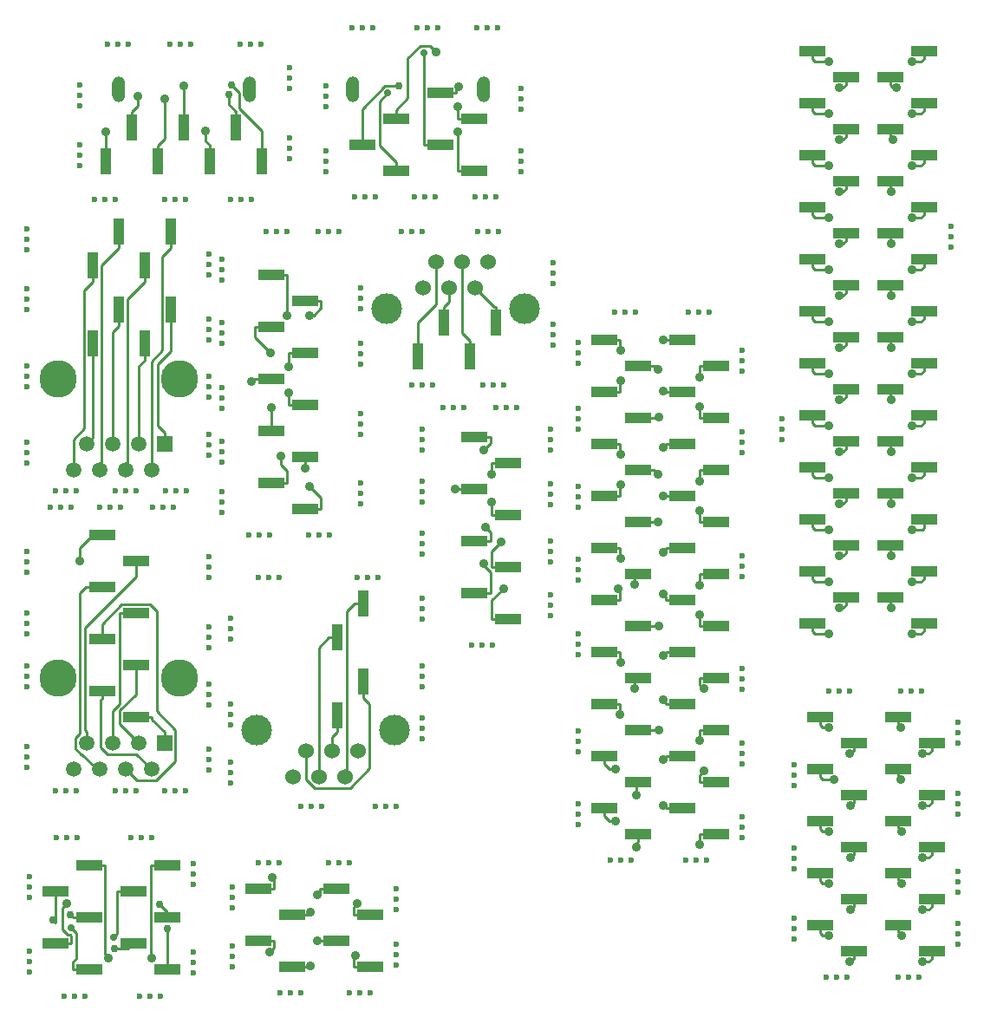
<source format=gbr>
G04 #@! TF.FileFunction,Copper,L2,Bot,Signal*
%FSLAX46Y46*%
G04 Gerber Fmt 4.6, Leading zero omitted, Abs format (unit mm)*
G04 Created by KiCad (PCBNEW 4.0.7-e2-6376~58~ubuntu16.04.1) date Tue Jan  2 19:13:55 2018*
%MOMM*%
%LPD*%
G01*
G04 APERTURE LIST*
%ADD10C,0.100000*%
%ADD11C,3.649980*%
%ADD12R,1.501140X1.501140*%
%ADD13C,1.501140*%
%ADD14C,1.524000*%
%ADD15C,2.999740*%
%ADD16O,1.270000X2.540000*%
%ADD17C,0.600000*%
%ADD18R,2.510000X1.000000*%
%ADD19R,1.000000X2.510000*%
%ADD20C,0.870000*%
%ADD21C,0.700000*%
%ADD22C,0.750000*%
%ADD23C,0.250000*%
G04 APERTURE END LIST*
D10*
D11*
X135031480Y-92710000D03*
X146900900Y-92710000D03*
D12*
X145415000Y-99060000D03*
D13*
X144145000Y-101600000D03*
X142875000Y-99060000D03*
X141605000Y-101600000D03*
X140335000Y-99060000D03*
X139065000Y-101600000D03*
X137795000Y-99060000D03*
X136525000Y-101600000D03*
D11*
X135031480Y-63500000D03*
X146900900Y-63500000D03*
D12*
X145415000Y-69850000D03*
D13*
X144145000Y-72390000D03*
X142875000Y-69850000D03*
X141605000Y-72390000D03*
X140335000Y-69850000D03*
X139065000Y-72390000D03*
X137795000Y-69850000D03*
X136525000Y-72390000D03*
D14*
X174498000Y-52070000D03*
X171958000Y-52070000D03*
X177038000Y-52070000D03*
X170688000Y-54610000D03*
X173228000Y-54610000D03*
X175768000Y-54610000D03*
D15*
X180594000Y-56642000D03*
X167132000Y-56642000D03*
D14*
X160528000Y-102362000D03*
X163068000Y-102362000D03*
X157988000Y-102362000D03*
X164338000Y-99822000D03*
X161798000Y-99822000D03*
X159258000Y-99822000D03*
D15*
X154432000Y-97790000D03*
X167894000Y-97790000D03*
D16*
X140921740Y-35201860D03*
X153718260Y-35201860D03*
X163781740Y-35201860D03*
X176578260Y-35201860D03*
D17*
X198628000Y-57023000D03*
X197612000Y-57023000D03*
X196596000Y-57023000D03*
X183388000Y-54229000D03*
X183388000Y-53213000D03*
X183388000Y-52197000D03*
X183134000Y-81407000D03*
X183134000Y-80391000D03*
X183134000Y-79375000D03*
D18*
X159135000Y-55880000D03*
X159135000Y-60960000D03*
X159135000Y-66040000D03*
X159135000Y-71120000D03*
X159135000Y-76200000D03*
X155825000Y-53340000D03*
X155825000Y-58420000D03*
X155825000Y-63500000D03*
X155825000Y-68580000D03*
X155825000Y-73660000D03*
X162175000Y-118364000D03*
X162175000Y-113284000D03*
X165485000Y-120904000D03*
X165485000Y-115824000D03*
X154555000Y-118364000D03*
X154555000Y-113284000D03*
X157865000Y-120904000D03*
X157865000Y-115824000D03*
X134743000Y-118618000D03*
X134743000Y-113538000D03*
X138053000Y-121158000D03*
X138053000Y-116078000D03*
X138053000Y-110998000D03*
X142363000Y-118618000D03*
X142363000Y-113538000D03*
X145673000Y-121158000D03*
X145673000Y-116078000D03*
X145673000Y-110998000D03*
X175668000Y-84400000D03*
X175668000Y-79320000D03*
X175668000Y-74240000D03*
X175668000Y-69160000D03*
X178978000Y-86940000D03*
X178978000Y-81860000D03*
X178978000Y-76780000D03*
X178978000Y-71700000D03*
X217039000Y-116840000D03*
X217039000Y-111760000D03*
X217039000Y-106680000D03*
X217039000Y-101600000D03*
X217039000Y-96520000D03*
X220349000Y-119380000D03*
X220349000Y-114300000D03*
X220349000Y-109220000D03*
X220349000Y-104140000D03*
X220349000Y-99060000D03*
X209419000Y-116840000D03*
X209419000Y-111760000D03*
X209419000Y-106680000D03*
X209419000Y-101600000D03*
X209419000Y-96520000D03*
X212729000Y-119380000D03*
X212729000Y-114300000D03*
X212729000Y-109220000D03*
X212729000Y-104140000D03*
X212729000Y-99060000D03*
D19*
X142240000Y-38985000D03*
X147320000Y-38985000D03*
X152400000Y-38985000D03*
X139700000Y-42295000D03*
X144780000Y-42295000D03*
X149860000Y-42295000D03*
X154940000Y-42295000D03*
D18*
X172335000Y-40640000D03*
X172335000Y-35560000D03*
X175645000Y-43180000D03*
X175645000Y-38100000D03*
X164715000Y-40640000D03*
X168025000Y-43180000D03*
X168025000Y-38100000D03*
D19*
X172720000Y-58035000D03*
X177800000Y-58035000D03*
X170180000Y-61345000D03*
X175260000Y-61345000D03*
X140970000Y-49145000D03*
X146050000Y-49145000D03*
X138430000Y-52455000D03*
X143510000Y-52455000D03*
X140970000Y-56765000D03*
X146050000Y-56765000D03*
X138430000Y-60075000D03*
X143510000Y-60075000D03*
X164846000Y-93087000D03*
X162306000Y-96397000D03*
X162306000Y-88777000D03*
X164846000Y-85467000D03*
D18*
X139315000Y-93980000D03*
X139315000Y-88900000D03*
X139315000Y-83820000D03*
X139315000Y-78740000D03*
X142625000Y-96520000D03*
X142625000Y-91440000D03*
X142625000Y-86360000D03*
X142625000Y-81280000D03*
X216277000Y-84836000D03*
X216277000Y-79756000D03*
X216277000Y-74676000D03*
X216277000Y-69596000D03*
X216277000Y-64516000D03*
X216277000Y-59436000D03*
X216277000Y-54356000D03*
X216277000Y-49276000D03*
X216277000Y-44196000D03*
X216277000Y-39116000D03*
X216277000Y-34036000D03*
X219587000Y-87376000D03*
X219587000Y-82296000D03*
X219587000Y-77216000D03*
X219587000Y-72136000D03*
X219587000Y-67056000D03*
X219587000Y-61976000D03*
X219587000Y-56896000D03*
X219587000Y-51816000D03*
X219587000Y-46736000D03*
X219587000Y-41656000D03*
X219587000Y-36576000D03*
X219587000Y-31496000D03*
X211967000Y-34036000D03*
X211967000Y-39116000D03*
X211967000Y-44196000D03*
X211967000Y-49276000D03*
X211967000Y-54356000D03*
X211967000Y-59436000D03*
X211967000Y-64516000D03*
X211967000Y-69596000D03*
X211967000Y-74676000D03*
X211967000Y-79756000D03*
X211967000Y-84836000D03*
X208657000Y-31496000D03*
X208657000Y-36576000D03*
X208657000Y-41656000D03*
X208657000Y-46736000D03*
X208657000Y-51816000D03*
X208657000Y-56896000D03*
X208657000Y-61976000D03*
X208657000Y-67056000D03*
X208657000Y-72136000D03*
X208657000Y-77216000D03*
X208657000Y-82296000D03*
X208657000Y-87376000D03*
X191647000Y-62230000D03*
X191647000Y-67310000D03*
X191647000Y-72390000D03*
X191647000Y-77470000D03*
X191647000Y-82550000D03*
X191647000Y-87630000D03*
X191647000Y-92710000D03*
X191647000Y-97790000D03*
X191647000Y-102870000D03*
X191647000Y-107950000D03*
X188337000Y-59690000D03*
X188337000Y-64770000D03*
X188337000Y-69850000D03*
X188337000Y-74930000D03*
X188337000Y-80010000D03*
X188337000Y-85090000D03*
X188337000Y-90170000D03*
X188337000Y-95250000D03*
X188337000Y-100330000D03*
X188337000Y-105410000D03*
X199267000Y-62230000D03*
X199267000Y-67310000D03*
X199267000Y-72390000D03*
X199267000Y-77470000D03*
X199267000Y-82550000D03*
X199267000Y-87630000D03*
X199267000Y-92710000D03*
X199267000Y-97790000D03*
X199267000Y-102870000D03*
X199267000Y-107950000D03*
X195957000Y-59690000D03*
X195957000Y-64770000D03*
X195957000Y-69850000D03*
X195957000Y-74930000D03*
X195957000Y-80010000D03*
X195957000Y-85090000D03*
X195957000Y-90170000D03*
X195957000Y-95250000D03*
X195957000Y-100330000D03*
X195957000Y-105410000D03*
D17*
X222885000Y-99060000D03*
X222885000Y-98044000D03*
X222885000Y-97028000D03*
X222885000Y-106045000D03*
X222885000Y-105029000D03*
X222885000Y-104013000D03*
X222885000Y-113665000D03*
X222885000Y-112649000D03*
X222885000Y-111633000D03*
X222885000Y-118745000D03*
X222885000Y-117729000D03*
X222885000Y-116713000D03*
X219075000Y-121920000D03*
X218059000Y-121920000D03*
X217043000Y-121920000D03*
X212090000Y-121920000D03*
X211074000Y-121920000D03*
X210058000Y-121920000D03*
X206883000Y-118237000D03*
X206883000Y-117221000D03*
X206883000Y-116205000D03*
X206883000Y-111379000D03*
X206883000Y-110363000D03*
X206883000Y-109347000D03*
X206883000Y-103251000D03*
X206883000Y-102235000D03*
X206883000Y-101219000D03*
X212344000Y-93980000D03*
X211328000Y-93980000D03*
X210312000Y-93980000D03*
X219329000Y-93980000D03*
X218313000Y-93980000D03*
X217297000Y-93980000D03*
X201803000Y-108331000D03*
X201803000Y-107315000D03*
X201803000Y-106299000D03*
X201803000Y-101092000D03*
X201803000Y-100076000D03*
X201803000Y-99060000D03*
X201803000Y-93853000D03*
X201803000Y-92837000D03*
X201803000Y-91821000D03*
X201803000Y-82804000D03*
X201803000Y-81788000D03*
X201803000Y-80772000D03*
X201803000Y-70739000D03*
X201803000Y-69723000D03*
X201803000Y-68707000D03*
X191389000Y-57023000D03*
X190373000Y-57023000D03*
X189357000Y-57023000D03*
X185801000Y-61976000D03*
X185801000Y-60960000D03*
X185801000Y-59944000D03*
X185801000Y-68453000D03*
X185801000Y-67437000D03*
X185801000Y-66421000D03*
X185801000Y-76073000D03*
X185801000Y-75057000D03*
X185801000Y-74041000D03*
X185801000Y-83185000D03*
X185801000Y-82169000D03*
X185801000Y-81153000D03*
X185801000Y-90424000D03*
X185801000Y-89408000D03*
X185801000Y-88392000D03*
X185801000Y-99949000D03*
X185801000Y-98933000D03*
X185801000Y-97917000D03*
X185801000Y-107061000D03*
X185801000Y-106045000D03*
X185801000Y-105029000D03*
X191008000Y-110490000D03*
X189992000Y-110490000D03*
X188976000Y-110490000D03*
X198374000Y-110490000D03*
X197358000Y-110490000D03*
X196342000Y-110490000D03*
X168021000Y-115316000D03*
X168021000Y-114300000D03*
X168021000Y-113284000D03*
X168021000Y-120777000D03*
X168021000Y-119761000D03*
X168021000Y-118745000D03*
X165481000Y-123444000D03*
X164465000Y-123444000D03*
X163449000Y-123444000D03*
X158750000Y-123444000D03*
X157734000Y-123444000D03*
X156718000Y-123444000D03*
X152019000Y-120904000D03*
X152019000Y-119888000D03*
X152019000Y-118872000D03*
X152019000Y-115189000D03*
X152019000Y-114173000D03*
X152019000Y-113157000D03*
X156591000Y-110744000D03*
X155575000Y-110744000D03*
X154559000Y-110744000D03*
X163449000Y-110744000D03*
X162433000Y-110744000D03*
X161417000Y-110744000D03*
X183388000Y-60198000D03*
X183388000Y-59182000D03*
X183388000Y-58166000D03*
X178562000Y-64135000D03*
X177546000Y-64135000D03*
X176530000Y-64135000D03*
X171577000Y-64135000D03*
X170561000Y-64135000D03*
X169545000Y-64135000D03*
X164592000Y-56642000D03*
X164592000Y-55626000D03*
X164592000Y-54610000D03*
X164592000Y-60071000D03*
X164592000Y-61087000D03*
X164592000Y-62103000D03*
X170561000Y-49149000D03*
X169545000Y-49149000D03*
X168529000Y-49149000D03*
X157353000Y-49149000D03*
X156337000Y-49149000D03*
X155321000Y-49149000D03*
X162433000Y-49149000D03*
X161417000Y-49149000D03*
X160401000Y-49149000D03*
X151003000Y-53848000D03*
X151003000Y-52832000D03*
X151003000Y-51816000D03*
X151003000Y-60071000D03*
X151003000Y-59055000D03*
X151003000Y-58039000D03*
X151003000Y-66421000D03*
X151003000Y-65405000D03*
X151003000Y-64389000D03*
X151003000Y-71628000D03*
X151003000Y-70612000D03*
X151003000Y-69596000D03*
X151003000Y-76581000D03*
X151003000Y-75565000D03*
X151003000Y-74549000D03*
X155702000Y-78740000D03*
X154686000Y-78740000D03*
X153670000Y-78740000D03*
X161544000Y-78740000D03*
X160528000Y-78740000D03*
X159512000Y-78740000D03*
X164592000Y-68961000D03*
X164592000Y-67945000D03*
X164592000Y-66929000D03*
X164592000Y-75692000D03*
X164592000Y-74676000D03*
X164592000Y-73660000D03*
X178054000Y-49149000D03*
X177038000Y-49149000D03*
X176022000Y-49149000D03*
X177800000Y-45720000D03*
X176784000Y-45720000D03*
X175768000Y-45720000D03*
X171831000Y-45720000D03*
X170815000Y-45720000D03*
X169799000Y-45720000D03*
X165989000Y-45720000D03*
X164973000Y-45720000D03*
X163957000Y-45720000D03*
X180213000Y-43307000D03*
X180213000Y-42291000D03*
X180213000Y-41275000D03*
X180213000Y-37211000D03*
X180213000Y-36195000D03*
X180213000Y-35179000D03*
X161163000Y-43307000D03*
X161163000Y-42291000D03*
X161163000Y-41275000D03*
X161163000Y-36957000D03*
X161163000Y-35941000D03*
X161163000Y-34925000D03*
X165735000Y-29210000D03*
X164719000Y-29210000D03*
X163703000Y-29210000D03*
X172085000Y-29210000D03*
X171069000Y-29210000D03*
X170053000Y-29210000D03*
X177927000Y-29210000D03*
X176911000Y-29210000D03*
X175895000Y-29210000D03*
X137668000Y-123825000D03*
X136652000Y-123825000D03*
X135636000Y-123825000D03*
X145034000Y-123825000D03*
X144018000Y-123825000D03*
X143002000Y-123825000D03*
X148209000Y-119507000D03*
X148209000Y-120523000D03*
X148209000Y-121539000D03*
X132207000Y-121412000D03*
X132207000Y-120396000D03*
X132207000Y-119380000D03*
X132207000Y-114173000D03*
X132207000Y-113157000D03*
X132207000Y-112141000D03*
X136906000Y-108331000D03*
X135890000Y-108331000D03*
X134874000Y-108331000D03*
X144145000Y-108331000D03*
X143129000Y-108331000D03*
X142113000Y-108331000D03*
X148209000Y-112903000D03*
X148209000Y-111887000D03*
X148209000Y-110871000D03*
X131953000Y-93599000D03*
X131953000Y-92583000D03*
X131953000Y-91567000D03*
X131953000Y-88392000D03*
X131953000Y-87376000D03*
X131953000Y-86360000D03*
X131953000Y-101473000D03*
X131953000Y-100457000D03*
X131953000Y-99441000D03*
X136779000Y-103759000D03*
X135763000Y-103759000D03*
X134747000Y-103759000D03*
X142621000Y-103759000D03*
X141605000Y-103759000D03*
X140589000Y-103759000D03*
X147447000Y-103759000D03*
X146431000Y-103759000D03*
X145415000Y-103759000D03*
X149733000Y-101727000D03*
X149733000Y-100711000D03*
X149733000Y-99695000D03*
X149733000Y-95377000D03*
X149733000Y-94361000D03*
X149733000Y-93345000D03*
X149758400Y-89789000D03*
X149758400Y-88773000D03*
X149758400Y-87757000D03*
X149733000Y-80899000D03*
X149733000Y-81915000D03*
X149733000Y-82931000D03*
X141097000Y-76073000D03*
X140081000Y-76073000D03*
X139065000Y-76073000D03*
X131953000Y-80391000D03*
X131953000Y-81407000D03*
X131953000Y-82423000D03*
X136271000Y-76073000D03*
X135255000Y-76073000D03*
X134239000Y-76073000D03*
X146304000Y-76073000D03*
X145288000Y-76073000D03*
X144272000Y-76073000D03*
X131953000Y-64262000D03*
X131953000Y-63246000D03*
X131953000Y-62230000D03*
X131953000Y-71755000D03*
X131953000Y-70739000D03*
X131953000Y-69723000D03*
X136779000Y-74422000D03*
X135763000Y-74422000D03*
X134747000Y-74422000D03*
X142621000Y-74422000D03*
X141605000Y-74422000D03*
X140589000Y-74422000D03*
X147574000Y-74422000D03*
X146558000Y-74422000D03*
X145542000Y-74422000D03*
X149733000Y-65278000D03*
X149733000Y-64262000D03*
X149733000Y-63246000D03*
X149733000Y-70993000D03*
X149733000Y-69977000D03*
X149733000Y-68961000D03*
X149733000Y-59690000D03*
X149733000Y-58674000D03*
X149733000Y-57658000D03*
X149733000Y-53340000D03*
X149733000Y-52324000D03*
X149733000Y-51308000D03*
X147447000Y-45974000D03*
X146431000Y-45974000D03*
X145415000Y-45974000D03*
X140589000Y-45974000D03*
X139573000Y-45974000D03*
X138557000Y-45974000D03*
X131953000Y-56769000D03*
X131953000Y-55753000D03*
X131953000Y-54737000D03*
X131953000Y-50927000D03*
X131953000Y-49911000D03*
X131953000Y-48895000D03*
X137160000Y-42672000D03*
X137160000Y-41656000D03*
X137160000Y-40640000D03*
X137160000Y-36830000D03*
X137160000Y-35814000D03*
X137160000Y-34798000D03*
X141859000Y-30861000D03*
X140843000Y-30861000D03*
X139827000Y-30861000D03*
X147955000Y-30861000D03*
X146939000Y-30861000D03*
X145923000Y-30861000D03*
X154813000Y-30861000D03*
X153797000Y-30861000D03*
X152781000Y-30861000D03*
X157607000Y-35179000D03*
X157607000Y-34163000D03*
X157607000Y-33147000D03*
X157607000Y-42037000D03*
X157607000Y-41021000D03*
X157607000Y-40005000D03*
X153924000Y-45974000D03*
X152908000Y-45974000D03*
X151892000Y-45974000D03*
X170561000Y-98679000D03*
X170561000Y-97663000D03*
X170561000Y-96647000D03*
X170561000Y-93599000D03*
X170561000Y-92583000D03*
X170561000Y-91567000D03*
X166243000Y-82931000D03*
X165227000Y-82931000D03*
X164211000Y-82931000D03*
X168021000Y-105283000D03*
X167005000Y-105283000D03*
X165989000Y-105283000D03*
X160782000Y-105283000D03*
X159766000Y-105283000D03*
X158750000Y-105283000D03*
X151892000Y-97282000D03*
X151892000Y-96266000D03*
X151892000Y-95250000D03*
X151892000Y-102997000D03*
X151892000Y-101981000D03*
X151892000Y-100965000D03*
X151892000Y-88900000D03*
X151892000Y-87884000D03*
X151892000Y-86868000D03*
X156591000Y-82931000D03*
X155575000Y-82931000D03*
X154559000Y-82931000D03*
X170561000Y-86995000D03*
X170561000Y-85979000D03*
X170561000Y-84963000D03*
X177419000Y-89535000D03*
X176403000Y-89535000D03*
X175387000Y-89535000D03*
X222250000Y-50673000D03*
X222250000Y-49657000D03*
X222250000Y-48641000D03*
X205740000Y-69469000D03*
X205740000Y-68453000D03*
X205740000Y-67437000D03*
X170561000Y-80645000D03*
X170561000Y-79629000D03*
X170561000Y-78613000D03*
X170561000Y-75565000D03*
X170561000Y-74549000D03*
X170561000Y-73533000D03*
X170561000Y-70485000D03*
X170561000Y-69469000D03*
X170561000Y-68453000D03*
X174625000Y-66294000D03*
X173609000Y-66294000D03*
X172593000Y-66294000D03*
X179832000Y-66294000D03*
X178816000Y-66294000D03*
X177800000Y-66294000D03*
X183134000Y-86614000D03*
X183134000Y-85598000D03*
X183134000Y-84582000D03*
X183134000Y-75819000D03*
X183134000Y-74803000D03*
X183134000Y-73787000D03*
X183134000Y-70485000D03*
X183134000Y-69469000D03*
X183134000Y-68453000D03*
X201803000Y-62738000D03*
X201803000Y-61722000D03*
X201803000Y-60706000D03*
D20*
X157405300Y-57359600D03*
X159624700Y-57293000D03*
X155777500Y-60974800D03*
X157554700Y-62339000D03*
X153898900Y-63803300D03*
X157554700Y-64879000D03*
X155825000Y-66345400D03*
X159135000Y-72200300D03*
X156823900Y-71021500D03*
X159624700Y-73989900D03*
X164043500Y-119849800D03*
X160354800Y-118364000D03*
X164242600Y-114767300D03*
X160356800Y-113932800D03*
X159675100Y-120807300D03*
X155726500Y-119449700D03*
X159701800Y-115618100D03*
X155923900Y-112225100D03*
X218440000Y-32512000D03*
X210312000Y-32512000D03*
X216916000Y-35052000D03*
X211328000Y-35052000D03*
X218440000Y-37592000D03*
X210312000Y-37592000D03*
X216543000Y-40132000D03*
X211328000Y-40132000D03*
X218440000Y-42672000D03*
X210312000Y-42672000D03*
X216408000Y-45212000D03*
X211328000Y-45212000D03*
X218440000Y-47752000D03*
X210312000Y-47752000D03*
X216408000Y-50292000D03*
X211328000Y-50292000D03*
X218440000Y-52832000D03*
X210312000Y-52832000D03*
X216408000Y-55372000D03*
X211328000Y-55372000D03*
X218440000Y-57912000D03*
X210312000Y-57912000D03*
X216408000Y-60452000D03*
X211328000Y-60452000D03*
X218440000Y-62992000D03*
X210312000Y-62992000D03*
X216408000Y-65532000D03*
X211328000Y-65532000D03*
X218440000Y-68072000D03*
X210312000Y-68072000D03*
X216408000Y-70612000D03*
X211328000Y-70612000D03*
X218440000Y-73152000D03*
X210312000Y-73152000D03*
X216408000Y-75692000D03*
X211328000Y-75692000D03*
X218440000Y-78232000D03*
X210312000Y-78232000D03*
X216408000Y-80772000D03*
X211328000Y-80772000D03*
X218440000Y-83312000D03*
X210312000Y-83312000D03*
X216408000Y-85852000D03*
X211328000Y-85852000D03*
X218440000Y-88392000D03*
X210312000Y-88392000D03*
D21*
X136286700Y-117104900D03*
D20*
X135878000Y-114742600D03*
D22*
X136227000Y-115797300D03*
X134512400Y-116335000D03*
D20*
X139969000Y-120078000D03*
D22*
X145673000Y-117169600D03*
X140556600Y-119158800D03*
X144917900Y-114807800D03*
D21*
X140438000Y-118078000D03*
D20*
X144141200Y-120078000D03*
X178543400Y-83998300D03*
X176595900Y-81573200D03*
X178318300Y-79446100D03*
X176771500Y-78007400D03*
X177397700Y-75565000D03*
X173838600Y-74295000D03*
X177397700Y-72824300D03*
X176595900Y-70430000D03*
X219456000Y-120396000D03*
X217424000Y-117856000D03*
X219456000Y-115316000D03*
X217424000Y-112776000D03*
X219456000Y-110236000D03*
X217424000Y-107696000D03*
X219456000Y-105156000D03*
X217305000Y-102616000D03*
X219456000Y-100076000D03*
X217305000Y-97536000D03*
X189980000Y-60761500D03*
X194142300Y-59690000D03*
X193665600Y-62569900D03*
X197686700Y-63303600D03*
X189968400Y-63710100D03*
X194151000Y-64682700D03*
X193698100Y-67262900D03*
X197686700Y-66236400D03*
X189968400Y-70909900D03*
X194146300Y-70178600D03*
X193665600Y-72817000D03*
X197686700Y-73463600D03*
X189968400Y-73870100D03*
X194151600Y-74929700D03*
X193661400Y-77470000D03*
X197686700Y-76396400D03*
X189968400Y-81069900D03*
X194147500Y-80462100D03*
X191336200Y-83613400D03*
X197686700Y-83623600D03*
X189748700Y-84016700D03*
X194125600Y-84534900D03*
X193671600Y-87630000D03*
X197686700Y-86575200D03*
X189968400Y-91229900D03*
X194114000Y-90499100D03*
X191336200Y-93773400D03*
X198140400Y-93775300D03*
X189917300Y-96316900D03*
X194127300Y-94877100D03*
X193674400Y-97820000D03*
X197686700Y-98855600D03*
X189484000Y-101600000D03*
X194143400Y-100716800D03*
X191516000Y-104140000D03*
X198140400Y-101804700D03*
X189484000Y-106680000D03*
X194140500Y-105137400D03*
X191516000Y-109220000D03*
X197686700Y-109020300D03*
X212344000Y-120396000D03*
X210312000Y-117856000D03*
X212463000Y-115316000D03*
X210312000Y-112776000D03*
X212463000Y-110236000D03*
X210312000Y-107696000D03*
X212463000Y-105156000D03*
X210820000Y-102616000D03*
X212344000Y-100076000D03*
X210312000Y-97536000D03*
X139700000Y-39370000D03*
X142840100Y-35918900D03*
X145466000Y-36144100D03*
X147320000Y-34904200D03*
X149416500Y-39260100D03*
D22*
X151705000Y-35750100D03*
X151978100Y-34823500D03*
D20*
X174064700Y-39370000D03*
D21*
X170754700Y-31650000D03*
D20*
X174064700Y-36904600D03*
X174176200Y-35001400D03*
D21*
X167240200Y-35608800D03*
D22*
X168335300Y-34875300D03*
D20*
X171993100Y-31559200D03*
X137160000Y-81280000D03*
D23*
X155825000Y-53340000D02*
X157405300Y-53340000D01*
X157405300Y-53340000D02*
X157405300Y-57359600D01*
X160715300Y-56572500D02*
X160715300Y-55880000D01*
X159994800Y-57293000D02*
X160715300Y-56572500D01*
X159624700Y-57293000D02*
X159994800Y-57293000D01*
X159135000Y-55880000D02*
X160715300Y-55880000D01*
X154244700Y-59442000D02*
X154244700Y-58420000D01*
X155777500Y-60974800D02*
X154244700Y-59442000D01*
X155825000Y-58420000D02*
X154244700Y-58420000D01*
X159135000Y-60960000D02*
X157554700Y-60960000D01*
X157554700Y-60960000D02*
X157554700Y-62339000D01*
X155825000Y-63500000D02*
X154202200Y-63500000D01*
X154202200Y-63500000D02*
X153898900Y-63803300D01*
X159135000Y-66040000D02*
X157554700Y-66040000D01*
X157554700Y-66040000D02*
X157554700Y-64879000D01*
X155825000Y-68580000D02*
X155825000Y-66345400D01*
X159135000Y-72200300D02*
X159135000Y-71120000D01*
X155825000Y-73660000D02*
X157405300Y-73660000D01*
X156823900Y-71901700D02*
X156823900Y-71021500D01*
X157405300Y-72483100D02*
X156823900Y-71901700D01*
X157405300Y-73660000D02*
X157405300Y-72483100D01*
X160715300Y-75080500D02*
X160715300Y-76200000D01*
X159624700Y-73989900D02*
X160715300Y-75080500D01*
X159135000Y-76200000D02*
X160715300Y-76200000D01*
X165485000Y-120904000D02*
X163904700Y-120904000D01*
X163904700Y-119988600D02*
X164043500Y-119849800D01*
X163904700Y-120904000D02*
X163904700Y-119988600D01*
X162175000Y-118364000D02*
X160354800Y-118364000D01*
X165485000Y-115824000D02*
X163904700Y-115824000D01*
X163904700Y-115105200D02*
X163904700Y-115824000D01*
X164242600Y-114767300D02*
X163904700Y-115105200D01*
X160594700Y-113694900D02*
X160356800Y-113932800D01*
X160594700Y-113284000D02*
X160594700Y-113694900D01*
X162175000Y-113284000D02*
X160594700Y-113284000D01*
X157865000Y-120904000D02*
X159445300Y-120904000D01*
X159542000Y-120807300D02*
X159445300Y-120904000D01*
X159675100Y-120807300D02*
X159542000Y-120807300D01*
X154555000Y-118364000D02*
X156135300Y-118364000D01*
X156135300Y-119040900D02*
X155726500Y-119449700D01*
X156135300Y-118364000D02*
X156135300Y-119040900D01*
X159651200Y-115618100D02*
X159701800Y-115618100D01*
X159445300Y-115824000D02*
X159651200Y-115618100D01*
X157865000Y-115824000D02*
X159445300Y-115824000D01*
X156135300Y-112436500D02*
X155923900Y-112225100D01*
X156135300Y-113284000D02*
X156135300Y-112436500D01*
X154555000Y-113284000D02*
X156135300Y-113284000D01*
X219321000Y-32512000D02*
X218440000Y-32512000D01*
X219587000Y-32246000D02*
X219321000Y-32512000D01*
X219587000Y-31496000D02*
X219587000Y-32246000D01*
X208657000Y-32246000D02*
X208657000Y-31496000D01*
X208923000Y-32512000D02*
X208657000Y-32246000D01*
X210312000Y-32512000D02*
X208923000Y-32512000D01*
X216543000Y-35052000D02*
X216916000Y-35052000D01*
X216277000Y-34786000D02*
X216543000Y-35052000D01*
X216277000Y-34036000D02*
X216277000Y-34786000D01*
X211701000Y-35052000D02*
X211328000Y-35052000D01*
X211967000Y-34786000D02*
X211701000Y-35052000D01*
X211967000Y-34036000D02*
X211967000Y-34786000D01*
X219587000Y-37326000D02*
X219587000Y-36576000D01*
X219321000Y-37592000D02*
X219587000Y-37326000D01*
X218440000Y-37592000D02*
X219321000Y-37592000D01*
X208657000Y-37326000D02*
X208657000Y-36576000D01*
X208923000Y-37592000D02*
X208657000Y-37326000D01*
X210312000Y-37592000D02*
X208923000Y-37592000D01*
X216277000Y-39866000D02*
X216543000Y-40132000D01*
X216277000Y-39116000D02*
X216277000Y-39866000D01*
X211701000Y-40132000D02*
X211328000Y-40132000D01*
X211967000Y-39866000D02*
X211701000Y-40132000D01*
X211967000Y-39116000D02*
X211967000Y-39866000D01*
X219587000Y-42406000D02*
X219587000Y-41656000D01*
X219321000Y-42672000D02*
X219587000Y-42406000D01*
X218440000Y-42672000D02*
X219321000Y-42672000D01*
X208657000Y-42406000D02*
X208657000Y-41656000D01*
X208923000Y-42672000D02*
X208657000Y-42406000D01*
X210312000Y-42672000D02*
X208923000Y-42672000D01*
X216277000Y-45081000D02*
X216408000Y-45212000D01*
X216277000Y-44196000D02*
X216277000Y-45081000D01*
X211701000Y-45212000D02*
X211328000Y-45212000D01*
X211967000Y-44946000D02*
X211701000Y-45212000D01*
X211967000Y-44196000D02*
X211967000Y-44946000D01*
X219587000Y-47486000D02*
X219587000Y-46736000D01*
X219321000Y-47752000D02*
X219587000Y-47486000D01*
X218440000Y-47752000D02*
X219321000Y-47752000D01*
X208657000Y-47486000D02*
X208657000Y-46736000D01*
X208923000Y-47752000D02*
X208657000Y-47486000D01*
X210312000Y-47752000D02*
X208923000Y-47752000D01*
X216277000Y-50161000D02*
X216408000Y-50292000D01*
X216277000Y-49276000D02*
X216277000Y-50161000D01*
X211701000Y-50292000D02*
X211328000Y-50292000D01*
X211967000Y-50026000D02*
X211701000Y-50292000D01*
X211967000Y-49276000D02*
X211967000Y-50026000D01*
X219587000Y-52566000D02*
X219587000Y-51816000D01*
X219321000Y-52832000D02*
X219587000Y-52566000D01*
X218440000Y-52832000D02*
X219321000Y-52832000D01*
X208657000Y-52566000D02*
X208657000Y-51816000D01*
X208923000Y-52832000D02*
X208657000Y-52566000D01*
X210312000Y-52832000D02*
X208923000Y-52832000D01*
X216277000Y-55241000D02*
X216408000Y-55372000D01*
X216277000Y-54356000D02*
X216277000Y-55241000D01*
X211701000Y-55372000D02*
X211328000Y-55372000D01*
X211967000Y-55106000D02*
X211701000Y-55372000D01*
X211967000Y-54356000D02*
X211967000Y-55106000D01*
X219587000Y-57646000D02*
X219587000Y-56896000D01*
X219321000Y-57912000D02*
X219587000Y-57646000D01*
X218440000Y-57912000D02*
X219321000Y-57912000D01*
X208657000Y-57646000D02*
X208657000Y-56896000D01*
X208923000Y-57912000D02*
X208657000Y-57646000D01*
X210312000Y-57912000D02*
X208923000Y-57912000D01*
X216277000Y-60321000D02*
X216408000Y-60452000D01*
X216277000Y-59436000D02*
X216277000Y-60321000D01*
X211701000Y-60452000D02*
X211328000Y-60452000D01*
X211967000Y-60186000D02*
X211701000Y-60452000D01*
X211967000Y-59436000D02*
X211967000Y-60186000D01*
X219587000Y-62726000D02*
X219587000Y-61976000D01*
X219321000Y-62992000D02*
X219587000Y-62726000D01*
X218440000Y-62992000D02*
X219321000Y-62992000D01*
X208657000Y-62726000D02*
X208657000Y-61976000D01*
X208923000Y-62992000D02*
X208657000Y-62726000D01*
X210312000Y-62992000D02*
X208923000Y-62992000D01*
X216277000Y-65401000D02*
X216408000Y-65532000D01*
X216277000Y-64516000D02*
X216277000Y-65401000D01*
X211701000Y-65532000D02*
X211328000Y-65532000D01*
X211967000Y-65266000D02*
X211701000Y-65532000D01*
X211967000Y-64516000D02*
X211967000Y-65266000D01*
X219587000Y-67806000D02*
X219587000Y-67056000D01*
X219321000Y-68072000D02*
X219587000Y-67806000D01*
X218440000Y-68072000D02*
X219321000Y-68072000D01*
X208657000Y-67806000D02*
X208657000Y-67056000D01*
X208923000Y-68072000D02*
X208657000Y-67806000D01*
X210312000Y-68072000D02*
X208923000Y-68072000D01*
X216277000Y-70481000D02*
X216408000Y-70612000D01*
X216277000Y-69596000D02*
X216277000Y-70481000D01*
X211701000Y-70612000D02*
X211328000Y-70612000D01*
X211967000Y-70346000D02*
X211701000Y-70612000D01*
X211967000Y-69596000D02*
X211967000Y-70346000D01*
X219321000Y-73152000D02*
X218440000Y-73152000D01*
X219587000Y-72886000D02*
X219321000Y-73152000D01*
X219587000Y-72136000D02*
X219587000Y-72886000D01*
X208657000Y-72886000D02*
X208657000Y-72136000D01*
X208923000Y-73152000D02*
X208657000Y-72886000D01*
X210312000Y-73152000D02*
X208923000Y-73152000D01*
X216277000Y-75561000D02*
X216408000Y-75692000D01*
X216277000Y-74676000D02*
X216277000Y-75561000D01*
X211701000Y-75692000D02*
X211328000Y-75692000D01*
X211967000Y-75426000D02*
X211701000Y-75692000D01*
X211967000Y-74676000D02*
X211967000Y-75426000D01*
X219456000Y-78232000D02*
X218440000Y-78232000D01*
X219587000Y-78101000D02*
X219456000Y-78232000D01*
X219587000Y-77216000D02*
X219587000Y-78101000D01*
X208657000Y-77966000D02*
X208657000Y-77216000D01*
X208923000Y-78232000D02*
X208657000Y-77966000D01*
X210312000Y-78232000D02*
X208923000Y-78232000D01*
X216277000Y-80641000D02*
X216408000Y-80772000D01*
X216277000Y-79756000D02*
X216277000Y-80641000D01*
X211701000Y-80772000D02*
X211328000Y-80772000D01*
X211967000Y-80506000D02*
X211701000Y-80772000D01*
X211967000Y-79756000D02*
X211967000Y-80506000D01*
X219587000Y-83046000D02*
X219587000Y-82296000D01*
X219321000Y-83312000D02*
X219587000Y-83046000D01*
X218440000Y-83312000D02*
X219321000Y-83312000D01*
X208657000Y-83046000D02*
X208657000Y-82296000D01*
X208923000Y-83312000D02*
X208657000Y-83046000D01*
X210312000Y-83312000D02*
X208923000Y-83312000D01*
X216277000Y-85721000D02*
X216408000Y-85852000D01*
X216277000Y-84836000D02*
X216277000Y-85721000D01*
X211701000Y-85852000D02*
X211328000Y-85852000D01*
X211967000Y-85586000D02*
X211701000Y-85852000D01*
X211967000Y-84836000D02*
X211967000Y-85586000D01*
X219587000Y-88126000D02*
X219587000Y-87376000D01*
X219321000Y-88392000D02*
X219587000Y-88126000D01*
X218440000Y-88392000D02*
X219321000Y-88392000D01*
X208657000Y-88126000D02*
X208657000Y-87376000D01*
X208923000Y-88392000D02*
X208657000Y-88126000D01*
X210312000Y-88392000D02*
X208923000Y-88392000D01*
X136472700Y-120451500D02*
X136472700Y-121158000D01*
X136774300Y-120149900D02*
X136472700Y-120451500D01*
X136774300Y-117592500D02*
X136774300Y-120149900D01*
X136286700Y-117104900D02*
X136774300Y-117592500D01*
X138053000Y-121158000D02*
X136472700Y-121158000D01*
X136323300Y-117891800D02*
X136323300Y-118618000D01*
X136224200Y-117792700D02*
X136323300Y-117891800D01*
X136001200Y-117792700D02*
X136224200Y-117792700D01*
X135495700Y-117287200D02*
X136001200Y-117792700D01*
X135495700Y-115124900D02*
X135495700Y-117287200D01*
X135878000Y-114742600D02*
X135495700Y-115124900D01*
X134743000Y-118618000D02*
X136323300Y-118618000D01*
X138053000Y-116078000D02*
X136472700Y-116078000D01*
X136472700Y-116043000D02*
X136227000Y-115797300D01*
X136472700Y-116078000D02*
X136472700Y-116043000D01*
X134813700Y-116636300D02*
X134813700Y-113538000D01*
X134512400Y-116335000D02*
X134813700Y-116636300D01*
X134743000Y-113538000D02*
X134813700Y-113538000D01*
X138053000Y-110998000D02*
X139633300Y-110998000D01*
X139633300Y-119742300D02*
X139969000Y-120078000D01*
X139633300Y-110998000D02*
X139633300Y-119742300D01*
X145673000Y-121158000D02*
X145673000Y-117169600D01*
X141822200Y-119158800D02*
X142363000Y-118618000D01*
X140556600Y-119158800D02*
X141822200Y-119158800D01*
X145673000Y-115562900D02*
X145673000Y-116078000D01*
X144917900Y-114807800D02*
X145673000Y-115562900D01*
X140782700Y-117733300D02*
X140438000Y-118078000D01*
X140782700Y-113538000D02*
X140782700Y-117733300D01*
X142363000Y-113538000D02*
X140782700Y-113538000D01*
X144092700Y-120029500D02*
X144141200Y-120078000D01*
X144092700Y-110998000D02*
X144092700Y-120029500D01*
X145673000Y-110998000D02*
X144092700Y-110998000D01*
X177397700Y-85144000D02*
X178543400Y-83998300D01*
X177397700Y-86940000D02*
X177397700Y-85144000D01*
X178978000Y-86940000D02*
X177397700Y-86940000D01*
X176595900Y-81740000D02*
X176595900Y-81573200D01*
X177248300Y-82392400D02*
X176595900Y-81740000D01*
X175668000Y-84400000D02*
X177248300Y-84400000D01*
X177248300Y-84400000D02*
X177248300Y-82392400D01*
X177397700Y-80366700D02*
X178318300Y-79446100D01*
X177397700Y-81860000D02*
X177397700Y-80366700D01*
X178978000Y-81860000D02*
X177397700Y-81860000D01*
X177248300Y-78484200D02*
X176771500Y-78007400D01*
X177248300Y-79320000D02*
X177248300Y-78484200D01*
X175668000Y-79320000D02*
X177248300Y-79320000D01*
X178978000Y-76780000D02*
X177397700Y-76780000D01*
X177397700Y-76780000D02*
X177397700Y-75565000D01*
X173893600Y-74240000D02*
X173838600Y-74295000D01*
X175668000Y-74240000D02*
X173893600Y-74240000D01*
X178978000Y-71700000D02*
X177397700Y-71700000D01*
X177397700Y-71700000D02*
X177397700Y-72824300D01*
X176614900Y-70430000D02*
X176595900Y-70430000D01*
X177248300Y-69796600D02*
X176614900Y-70430000D01*
X177248300Y-69160000D02*
X177248300Y-69796600D01*
X175668000Y-69160000D02*
X177248300Y-69160000D01*
X220349000Y-120130000D02*
X220349000Y-119380000D01*
X220083000Y-120396000D02*
X220349000Y-120130000D01*
X219456000Y-120396000D02*
X220083000Y-120396000D01*
X217039000Y-117471000D02*
X217424000Y-117856000D01*
X217039000Y-116840000D02*
X217039000Y-117471000D01*
X220349000Y-115050000D02*
X220349000Y-114300000D01*
X220083000Y-115316000D02*
X220349000Y-115050000D01*
X219456000Y-115316000D02*
X220083000Y-115316000D01*
X217039000Y-112391000D02*
X217424000Y-112776000D01*
X217039000Y-111760000D02*
X217039000Y-112391000D01*
X220349000Y-109970000D02*
X220349000Y-109220000D01*
X220083000Y-110236000D02*
X220349000Y-109970000D01*
X219456000Y-110236000D02*
X220083000Y-110236000D01*
X217039000Y-107311000D02*
X217424000Y-107696000D01*
X217039000Y-106680000D02*
X217039000Y-107311000D01*
X220349000Y-104890000D02*
X220349000Y-104140000D01*
X220083000Y-105156000D02*
X220349000Y-104890000D01*
X219456000Y-105156000D02*
X220083000Y-105156000D01*
X217039000Y-102350000D02*
X217305000Y-102616000D01*
X217039000Y-101600000D02*
X217039000Y-102350000D01*
X220349000Y-99810000D02*
X220349000Y-99060000D01*
X220083000Y-100076000D02*
X220349000Y-99810000D01*
X219456000Y-100076000D02*
X220083000Y-100076000D01*
X217039000Y-97270000D02*
X217305000Y-97536000D01*
X217039000Y-96520000D02*
X217039000Y-97270000D01*
X189917300Y-60698800D02*
X189980000Y-60761500D01*
X189917300Y-59690000D02*
X189917300Y-60698800D01*
X188337000Y-59690000D02*
X189917300Y-59690000D01*
X195957000Y-59690000D02*
X194142300Y-59690000D01*
X193325700Y-62230000D02*
X193665600Y-62569900D01*
X191647000Y-62230000D02*
X193325700Y-62230000D01*
X199267000Y-62230000D02*
X197686700Y-62230000D01*
X197686700Y-62230000D02*
X197686700Y-63303600D01*
X188337000Y-64770000D02*
X189917300Y-64770000D01*
X189917300Y-63761200D02*
X189968400Y-63710100D01*
X189917300Y-64770000D02*
X189917300Y-63761200D01*
X194238300Y-64770000D02*
X194151000Y-64682700D01*
X195957000Y-64770000D02*
X194238300Y-64770000D01*
X193651000Y-67310000D02*
X193698100Y-67262900D01*
X191647000Y-67310000D02*
X193651000Y-67310000D01*
X199267000Y-67310000D02*
X197686700Y-67310000D01*
X197686700Y-67310000D02*
X197686700Y-66236400D01*
X188337000Y-69850000D02*
X189917300Y-69850000D01*
X189917300Y-70858800D02*
X189968400Y-70909900D01*
X189917300Y-69850000D02*
X189917300Y-70858800D01*
X194376700Y-69948200D02*
X194146300Y-70178600D01*
X194376700Y-69850000D02*
X194376700Y-69948200D01*
X195957000Y-69850000D02*
X194376700Y-69850000D01*
X193238600Y-72390000D02*
X193665600Y-72817000D01*
X191647000Y-72390000D02*
X193238600Y-72390000D01*
X199267000Y-72390000D02*
X197686700Y-72390000D01*
X197686700Y-72390000D02*
X197686700Y-73463600D01*
X188337000Y-74930000D02*
X189917300Y-74930000D01*
X189917300Y-73921200D02*
X189968400Y-73870100D01*
X189917300Y-74930000D02*
X189917300Y-73921200D01*
X194151900Y-74930000D02*
X194151600Y-74929700D01*
X195957000Y-74930000D02*
X194151900Y-74930000D01*
X191647000Y-77470000D02*
X193661400Y-77470000D01*
X199267000Y-77470000D02*
X197686700Y-77470000D01*
X197686700Y-77470000D02*
X197686700Y-76396400D01*
X188337000Y-80010000D02*
X189917300Y-80010000D01*
X189917300Y-81018800D02*
X189968400Y-81069900D01*
X189917300Y-80010000D02*
X189917300Y-81018800D01*
X194376700Y-80232900D02*
X194147500Y-80462100D01*
X194376700Y-80010000D02*
X194376700Y-80232900D01*
X195957000Y-80010000D02*
X194376700Y-80010000D01*
X191336200Y-82860800D02*
X191336200Y-83613400D01*
X191647000Y-82550000D02*
X191336200Y-82860800D01*
X199267000Y-82550000D02*
X197686700Y-82550000D01*
X197686700Y-82550000D02*
X197686700Y-83623600D01*
X189917300Y-84185300D02*
X189748700Y-84016700D01*
X189917300Y-85090000D02*
X189917300Y-84185300D01*
X188337000Y-85090000D02*
X189917300Y-85090000D01*
X194376700Y-84786000D02*
X194125600Y-84534900D01*
X194376700Y-85090000D02*
X194376700Y-84786000D01*
X195957000Y-85090000D02*
X194376700Y-85090000D01*
X191647000Y-87630000D02*
X193671600Y-87630000D01*
X199267000Y-87630000D02*
X197686700Y-87630000D01*
X197686700Y-87630000D02*
X197686700Y-86575200D01*
X188337000Y-90170000D02*
X189917300Y-90170000D01*
X189917300Y-91178800D02*
X189968400Y-91229900D01*
X189917300Y-90170000D02*
X189917300Y-91178800D01*
X195957000Y-90170000D02*
X194376700Y-90170000D01*
X194376700Y-90236400D02*
X194114000Y-90499100D01*
X194376700Y-90170000D02*
X194376700Y-90236400D01*
X191336200Y-93020800D02*
X191336200Y-93773400D01*
X191647000Y-92710000D02*
X191336200Y-93020800D01*
X199267000Y-92710000D02*
X197686700Y-92710000D01*
X198100100Y-93775300D02*
X198140400Y-93775300D01*
X197686700Y-93361900D02*
X198100100Y-93775300D01*
X197686700Y-92710000D02*
X197686700Y-93361900D01*
X188337000Y-95250000D02*
X189917300Y-95250000D01*
X189917300Y-95250000D02*
X189917300Y-96316900D01*
X195957000Y-95250000D02*
X194376700Y-95250000D01*
X194376700Y-95126500D02*
X194127300Y-94877100D01*
X194376700Y-95250000D02*
X194376700Y-95126500D01*
X193644400Y-97790000D02*
X193674400Y-97820000D01*
X191647000Y-97790000D02*
X193644400Y-97790000D01*
X199267000Y-97790000D02*
X197686700Y-97790000D01*
X197686700Y-97790000D02*
X197686700Y-98855600D01*
X188337000Y-101080000D02*
X188337000Y-100330000D01*
X188857000Y-101600000D02*
X188337000Y-101080000D01*
X189484000Y-101600000D02*
X188857000Y-101600000D01*
X195957000Y-100330000D02*
X194376700Y-100330000D01*
X194376700Y-100483500D02*
X194143400Y-100716800D01*
X194376700Y-100330000D02*
X194376700Y-100483500D01*
X191516000Y-103001000D02*
X191647000Y-102870000D01*
X191516000Y-104140000D02*
X191516000Y-103001000D01*
X199267000Y-102870000D02*
X197686700Y-102870000D01*
X198100100Y-101804700D02*
X198140400Y-101804700D01*
X197686700Y-102218100D02*
X198100100Y-101804700D01*
X197686700Y-102870000D02*
X197686700Y-102218100D01*
X188337000Y-106160000D02*
X188337000Y-105410000D01*
X188857000Y-106680000D02*
X188337000Y-106160000D01*
X189484000Y-106680000D02*
X188857000Y-106680000D01*
X195957000Y-105410000D02*
X194376700Y-105410000D01*
X194376700Y-105373600D02*
X194140500Y-105137400D01*
X194376700Y-105410000D02*
X194376700Y-105373600D01*
X191635000Y-109101000D02*
X191516000Y-109220000D01*
X191635000Y-108712000D02*
X191635000Y-109101000D01*
X191647000Y-108700000D02*
X191635000Y-108712000D01*
X191647000Y-107950000D02*
X191647000Y-108700000D01*
X199267000Y-107950000D02*
X197686700Y-107950000D01*
X197686700Y-107950000D02*
X197686700Y-109020300D01*
X212463000Y-120396000D02*
X212344000Y-120396000D01*
X212729000Y-120130000D02*
X212463000Y-120396000D01*
X212729000Y-119380000D02*
X212729000Y-120130000D01*
X209685000Y-117856000D02*
X210312000Y-117856000D01*
X209419000Y-117590000D02*
X209685000Y-117856000D01*
X209419000Y-116840000D02*
X209419000Y-117590000D01*
X212729000Y-115050000D02*
X212463000Y-115316000D01*
X212729000Y-114300000D02*
X212729000Y-115050000D01*
X209419000Y-112510000D02*
X209419000Y-111760000D01*
X209685000Y-112776000D02*
X209419000Y-112510000D01*
X210312000Y-112776000D02*
X209685000Y-112776000D01*
X212729000Y-109970000D02*
X212463000Y-110236000D01*
X212729000Y-109220000D02*
X212729000Y-109970000D01*
X209419000Y-107430000D02*
X209419000Y-106680000D01*
X209685000Y-107696000D02*
X209419000Y-107430000D01*
X210312000Y-107696000D02*
X209685000Y-107696000D01*
X212729000Y-104890000D02*
X212463000Y-105156000D01*
X212729000Y-104140000D02*
X212729000Y-104890000D01*
X209419000Y-102350000D02*
X209419000Y-101600000D01*
X209685000Y-102616000D02*
X209419000Y-102350000D01*
X210820000Y-102616000D02*
X209685000Y-102616000D01*
X212463000Y-100076000D02*
X212344000Y-100076000D01*
X212729000Y-99810000D02*
X212463000Y-100076000D01*
X212729000Y-99060000D02*
X212729000Y-99810000D01*
X209419000Y-97270000D02*
X209419000Y-96520000D01*
X209685000Y-97536000D02*
X209419000Y-97270000D01*
X210312000Y-97536000D02*
X209685000Y-97536000D01*
X139700000Y-42295000D02*
X139700000Y-39370000D01*
X142840100Y-36804600D02*
X142840100Y-35918900D01*
X142240000Y-37404700D02*
X142840100Y-36804600D01*
X142240000Y-38985000D02*
X142240000Y-37404700D01*
X145466000Y-40028700D02*
X145466000Y-36144100D01*
X144780000Y-40714700D02*
X145466000Y-40028700D01*
X144780000Y-42295000D02*
X144780000Y-40714700D01*
X147320000Y-38985000D02*
X147320000Y-34904200D01*
X149416500Y-40271200D02*
X149416500Y-39260100D01*
X149860000Y-40714700D02*
X149416500Y-40271200D01*
X149860000Y-42295000D02*
X149860000Y-40714700D01*
X151705000Y-36709700D02*
X151705000Y-35750100D01*
X152400000Y-37404700D02*
X151705000Y-36709700D01*
X152400000Y-38985000D02*
X152400000Y-37404700D01*
X152757900Y-35603300D02*
X151978100Y-34823500D01*
X152757900Y-37100900D02*
X152757900Y-35603300D01*
X154940000Y-39283000D02*
X152757900Y-37100900D01*
X154940000Y-42295000D02*
X154940000Y-39283000D01*
X175645000Y-43180000D02*
X174064700Y-43180000D01*
X174064700Y-43180000D02*
X174064700Y-39370000D01*
X172335000Y-40640000D02*
X170754700Y-40640000D01*
X170754700Y-40640000D02*
X170754700Y-31650000D01*
X175645000Y-38100000D02*
X174064700Y-38100000D01*
X174064700Y-38100000D02*
X174064700Y-36904600D01*
X173915300Y-35262300D02*
X174176200Y-35001400D01*
X173915300Y-35560000D02*
X173915300Y-35262300D01*
X172335000Y-35560000D02*
X173915300Y-35560000D01*
X166444600Y-36404400D02*
X167240200Y-35608800D01*
X166444600Y-40774300D02*
X166444600Y-36404400D01*
X168025000Y-42354700D02*
X166444600Y-40774300D01*
X168025000Y-43180000D02*
X168025000Y-42354700D01*
X166984000Y-34875300D02*
X168335300Y-34875300D01*
X164715000Y-37144300D02*
X166984000Y-34875300D01*
X164715000Y-40640000D02*
X164715000Y-37144300D01*
X168025000Y-38100000D02*
X168025000Y-37274700D01*
X171400200Y-30966300D02*
X171993100Y-31559200D01*
X170413700Y-30966300D02*
X171400200Y-30966300D01*
X169195600Y-32184400D02*
X170413700Y-30966300D01*
X169195600Y-36104100D02*
X169195600Y-32184400D01*
X168025000Y-37274700D02*
X169195600Y-36104100D01*
X144205300Y-96774400D02*
X145415000Y-97984100D01*
X144205300Y-96520000D02*
X144205300Y-96774400D01*
X142625000Y-96520000D02*
X144205300Y-96520000D01*
X145415000Y-99060000D02*
X145415000Y-97984100D01*
X142693000Y-100148000D02*
X144145000Y-101600000D01*
X139218900Y-99476700D02*
X139890200Y-100148000D01*
X139890200Y-100148000D02*
X142693000Y-100148000D01*
X139315000Y-94730000D02*
X139218900Y-94826100D01*
X139218900Y-94826100D02*
X139218900Y-99476700D01*
X139315000Y-93980000D02*
X139315000Y-94730000D01*
X141044600Y-97229600D02*
X142875000Y-99060000D01*
X141044600Y-95885300D02*
X141044600Y-97229600D01*
X142625000Y-94304900D02*
X141044600Y-95885300D01*
X142625000Y-91440000D02*
X142625000Y-94304900D01*
X142749400Y-102744400D02*
X141605000Y-101600000D01*
X144609300Y-102744400D02*
X142749400Y-102744400D01*
X146496400Y-100857300D02*
X144609300Y-102744400D01*
X146496400Y-97765200D02*
X146496400Y-100857300D01*
X144655700Y-95924500D02*
X146496400Y-97765200D01*
X144655700Y-86170700D02*
X144655700Y-95924500D01*
X144019600Y-85534600D02*
X144655700Y-86170700D01*
X141233200Y-85534600D02*
X144019600Y-85534600D01*
X139315000Y-87452800D02*
X141233200Y-85534600D01*
X139315000Y-88900000D02*
X139315000Y-87452800D01*
X142625000Y-86360000D02*
X141044700Y-86360000D01*
X140335000Y-95957900D02*
X140335000Y-99060000D01*
X141044700Y-95248200D02*
X140335000Y-95957900D01*
X141044700Y-86360000D02*
X141044700Y-95248200D01*
X136719429Y-98543725D02*
X136719429Y-99576275D01*
X137348271Y-100135571D02*
X138812700Y-101600000D01*
X136719429Y-99576275D02*
X137278725Y-100135571D01*
X137160000Y-84394700D02*
X137160000Y-91656532D01*
X137181471Y-91678003D02*
X137181471Y-93741997D01*
X139315000Y-83820000D02*
X137734700Y-83820000D01*
X137181471Y-93741997D02*
X137160000Y-93763468D01*
X137734700Y-83820000D02*
X137160000Y-84394700D01*
X137160000Y-98103154D02*
X136719429Y-98543725D01*
X137160000Y-91656532D02*
X137181471Y-91678003D01*
X137160000Y-93763468D02*
X137160000Y-98103154D01*
X137278725Y-100135571D02*
X137348271Y-100135571D01*
X138812700Y-101600000D02*
X139065000Y-101600000D01*
X137795000Y-97998534D02*
X137795000Y-99060000D01*
X137631482Y-97835016D02*
X137795000Y-97998534D01*
X137631482Y-87798418D02*
X137631482Y-97835016D01*
X142625000Y-82804900D02*
X137631482Y-87798418D01*
X142625000Y-81280000D02*
X142625000Y-82804900D01*
X138430000Y-78740000D02*
X139315000Y-78740000D01*
X137160000Y-80010000D02*
X138430000Y-78740000D01*
X138560000Y-78740000D02*
X139315000Y-78740000D01*
X137160000Y-81280000D02*
X137160000Y-80010000D01*
X146050000Y-56765000D02*
X146050000Y-60767700D01*
X145415000Y-69850000D02*
X145415000Y-68774100D01*
X144750500Y-62067200D02*
X146050000Y-60767700D01*
X144750500Y-68109600D02*
X144750500Y-62067200D01*
X145415000Y-68774100D02*
X144750500Y-68109600D01*
X144145000Y-61810500D02*
X144145000Y-72390000D01*
X145224700Y-60730800D02*
X144145000Y-61810500D01*
X145224700Y-51550600D02*
X145224700Y-60730800D01*
X146050000Y-50725300D02*
X145224700Y-51550600D01*
X146050000Y-49145000D02*
X146050000Y-50725300D01*
X142875000Y-62290300D02*
X142875000Y-69850000D01*
X143510000Y-61655300D02*
X142875000Y-62290300D01*
X143510000Y-60075000D02*
X143510000Y-61655300D01*
X141799000Y-72196000D02*
X141605000Y-72390000D01*
X141799000Y-55746300D02*
X141799000Y-72196000D01*
X143510000Y-54035300D02*
X141799000Y-55746300D01*
X143510000Y-52455000D02*
X143510000Y-54035300D01*
X140335000Y-58980300D02*
X140335000Y-69850000D01*
X140970000Y-58345300D02*
X140335000Y-58980300D01*
X140970000Y-56765000D02*
X140970000Y-58345300D01*
X139259000Y-72196000D02*
X139065000Y-72390000D01*
X139259000Y-52436300D02*
X139259000Y-72196000D01*
X140970000Y-50725300D02*
X139259000Y-52436300D01*
X140970000Y-49145000D02*
X140970000Y-50725300D01*
X138430000Y-69215000D02*
X137795000Y-69850000D01*
X138430000Y-60075000D02*
X138430000Y-69215000D01*
X136525000Y-69442000D02*
X136525000Y-72390000D01*
X137604700Y-68362300D02*
X136525000Y-69442000D01*
X137604700Y-54860600D02*
X137604700Y-68362300D01*
X138430000Y-54035300D02*
X137604700Y-54860600D01*
X138430000Y-52455000D02*
X138430000Y-54035300D01*
X174498000Y-59002700D02*
X174498000Y-52070000D01*
X175260000Y-59764700D02*
X174498000Y-59002700D01*
X175260000Y-61345000D02*
X175260000Y-59764700D01*
X171958000Y-56272000D02*
X171958000Y-52070000D01*
X170180000Y-58050000D02*
X171958000Y-56272000D01*
X170180000Y-61345000D02*
X170180000Y-58050000D01*
X173228000Y-55946700D02*
X173228000Y-54610000D01*
X172720000Y-56454700D02*
X173228000Y-55946700D01*
X172720000Y-58035000D02*
X172720000Y-56454700D01*
X177612700Y-56454700D02*
X175768000Y-54610000D01*
X177800000Y-56454700D02*
X177612700Y-56454700D01*
X177800000Y-58035000D02*
X177800000Y-56454700D01*
X160528000Y-89729700D02*
X160528000Y-102362000D01*
X161480700Y-88777000D02*
X160528000Y-89729700D01*
X162306000Y-88777000D02*
X161480700Y-88777000D01*
X163250600Y-102179400D02*
X163068000Y-102362000D01*
X163250600Y-86237100D02*
X163250600Y-102179400D01*
X164020700Y-85467000D02*
X163250600Y-86237100D01*
X164846000Y-85467000D02*
X164020700Y-85467000D01*
X161798000Y-98485300D02*
X161798000Y-99822000D01*
X162306000Y-97977300D02*
X161798000Y-98485300D01*
X162306000Y-96397000D02*
X162306000Y-97977300D01*
X159258000Y-102633600D02*
X159258000Y-99822000D01*
X160080700Y-103456300D02*
X159258000Y-102633600D01*
X163532300Y-103456300D02*
X160080700Y-103456300D01*
X165464300Y-101524300D02*
X163532300Y-103456300D01*
X165464300Y-95285600D02*
X165464300Y-101524300D01*
X164846000Y-94667300D02*
X165464300Y-95285600D01*
X164846000Y-93087000D02*
X164846000Y-94667300D01*
M02*

</source>
